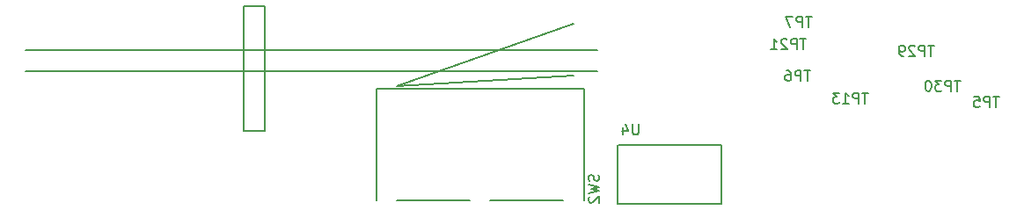
<source format=gbr>
G04 #@! TF.FileFunction,Legend,Bot*
%FSLAX46Y46*%
G04 Gerber Fmt 4.6, Leading zero omitted, Abs format (unit mm)*
G04 Created by KiCad (PCBNEW 4.0.7-e2-6376~58~ubuntu16.04.1) date Tue May 15 22:20:39 2018*
%MOMM*%
%LPD*%
G01*
G04 APERTURE LIST*
%ADD10C,0.100000*%
%ADD11C,0.200000*%
%ADD12C,0.150000*%
G04 APERTURE END LIST*
D10*
D11*
X109000000Y-120296902D02*
X111000000Y-120296902D01*
X111000000Y-120296902D02*
X111000000Y-108296902D01*
X111000000Y-108296902D02*
X109000000Y-108296902D01*
X109000000Y-108296902D02*
X109000000Y-120296902D01*
X143000000Y-114588574D02*
X88000000Y-114588574D01*
X143000000Y-112588574D02*
X88000000Y-112588574D01*
D12*
X145050000Y-121650000D02*
X154950000Y-121650000D01*
X155000000Y-127400000D02*
X155000000Y-121650000D01*
X145050000Y-127400000D02*
X154950000Y-127400000D01*
X145000000Y-127400000D02*
X145000000Y-121650000D01*
X123750000Y-116000000D02*
X140750000Y-115000000D01*
X123750000Y-116000000D02*
X140750000Y-110000000D01*
X141750000Y-116300000D02*
X121750000Y-116300000D01*
X121750000Y-127000000D02*
X121750000Y-116300000D01*
X130750000Y-127000000D02*
X123750000Y-127000000D01*
X139750000Y-127000000D02*
X132750000Y-127000000D01*
X141750000Y-127000000D02*
X141750000Y-116300000D01*
X181699905Y-117021381D02*
X181128476Y-117021381D01*
X181414191Y-118021381D02*
X181414191Y-117021381D01*
X180795143Y-118021381D02*
X180795143Y-117021381D01*
X180414190Y-117021381D01*
X180318952Y-117069000D01*
X180271333Y-117116619D01*
X180223714Y-117211857D01*
X180223714Y-117354714D01*
X180271333Y-117449952D01*
X180318952Y-117497571D01*
X180414190Y-117545190D01*
X180795143Y-117545190D01*
X179318952Y-117021381D02*
X179795143Y-117021381D01*
X179842762Y-117497571D01*
X179795143Y-117449952D01*
X179699905Y-117402333D01*
X179461809Y-117402333D01*
X179366571Y-117449952D01*
X179318952Y-117497571D01*
X179271333Y-117592810D01*
X179271333Y-117830905D01*
X179318952Y-117926143D01*
X179366571Y-117973762D01*
X179461809Y-118021381D01*
X179699905Y-118021381D01*
X179795143Y-117973762D01*
X179842762Y-117926143D01*
X177985095Y-115497381D02*
X177413666Y-115497381D01*
X177699381Y-116497381D02*
X177699381Y-115497381D01*
X177080333Y-116497381D02*
X177080333Y-115497381D01*
X176699380Y-115497381D01*
X176604142Y-115545000D01*
X176556523Y-115592619D01*
X176508904Y-115687857D01*
X176508904Y-115830714D01*
X176556523Y-115925952D01*
X176604142Y-115973571D01*
X176699380Y-116021190D01*
X177080333Y-116021190D01*
X176175571Y-115497381D02*
X175556523Y-115497381D01*
X175889857Y-115878333D01*
X175746999Y-115878333D01*
X175651761Y-115925952D01*
X175604142Y-115973571D01*
X175556523Y-116068810D01*
X175556523Y-116306905D01*
X175604142Y-116402143D01*
X175651761Y-116449762D01*
X175746999Y-116497381D01*
X176032714Y-116497381D01*
X176127952Y-116449762D01*
X176175571Y-116402143D01*
X174937476Y-115497381D02*
X174842237Y-115497381D01*
X174746999Y-115545000D01*
X174699380Y-115592619D01*
X174651761Y-115687857D01*
X174604142Y-115878333D01*
X174604142Y-116116429D01*
X174651761Y-116306905D01*
X174699380Y-116402143D01*
X174746999Y-116449762D01*
X174842237Y-116497381D01*
X174937476Y-116497381D01*
X175032714Y-116449762D01*
X175080333Y-116402143D01*
X175127952Y-116306905D01*
X175175571Y-116116429D01*
X175175571Y-115878333D01*
X175127952Y-115687857D01*
X175080333Y-115592619D01*
X175032714Y-115545000D01*
X174937476Y-115497381D01*
X175445095Y-112100381D02*
X174873666Y-112100381D01*
X175159381Y-113100381D02*
X175159381Y-112100381D01*
X174540333Y-113100381D02*
X174540333Y-112100381D01*
X174159380Y-112100381D01*
X174064142Y-112148000D01*
X174016523Y-112195619D01*
X173968904Y-112290857D01*
X173968904Y-112433714D01*
X174016523Y-112528952D01*
X174064142Y-112576571D01*
X174159380Y-112624190D01*
X174540333Y-112624190D01*
X173587952Y-112195619D02*
X173540333Y-112148000D01*
X173445095Y-112100381D01*
X173206999Y-112100381D01*
X173111761Y-112148000D01*
X173064142Y-112195619D01*
X173016523Y-112290857D01*
X173016523Y-112386095D01*
X173064142Y-112528952D01*
X173635571Y-113100381D01*
X173016523Y-113100381D01*
X172540333Y-113100381D02*
X172349857Y-113100381D01*
X172254618Y-113052762D01*
X172206999Y-113005143D01*
X172111761Y-112862286D01*
X172064142Y-112671810D01*
X172064142Y-112290857D01*
X172111761Y-112195619D01*
X172159380Y-112148000D01*
X172254618Y-112100381D01*
X172445095Y-112100381D01*
X172540333Y-112148000D01*
X172587952Y-112195619D01*
X172635571Y-112290857D01*
X172635571Y-112528952D01*
X172587952Y-112624190D01*
X172540333Y-112671810D01*
X172445095Y-112719429D01*
X172254618Y-112719429D01*
X172159380Y-112671810D01*
X172111761Y-112624190D01*
X172064142Y-112528952D01*
X163126095Y-111465381D02*
X162554666Y-111465381D01*
X162840381Y-112465381D02*
X162840381Y-111465381D01*
X162221333Y-112465381D02*
X162221333Y-111465381D01*
X161840380Y-111465381D01*
X161745142Y-111513000D01*
X161697523Y-111560619D01*
X161649904Y-111655857D01*
X161649904Y-111798714D01*
X161697523Y-111893952D01*
X161745142Y-111941571D01*
X161840380Y-111989190D01*
X162221333Y-111989190D01*
X161268952Y-111560619D02*
X161221333Y-111513000D01*
X161126095Y-111465381D01*
X160887999Y-111465381D01*
X160792761Y-111513000D01*
X160745142Y-111560619D01*
X160697523Y-111655857D01*
X160697523Y-111751095D01*
X160745142Y-111893952D01*
X161316571Y-112465381D01*
X160697523Y-112465381D01*
X159745142Y-112465381D02*
X160316571Y-112465381D01*
X160030857Y-112465381D02*
X160030857Y-111465381D01*
X160126095Y-111608238D01*
X160221333Y-111703476D01*
X160316571Y-111751095D01*
X169095095Y-116672381D02*
X168523666Y-116672381D01*
X168809381Y-117672381D02*
X168809381Y-116672381D01*
X168190333Y-117672381D02*
X168190333Y-116672381D01*
X167809380Y-116672381D01*
X167714142Y-116720000D01*
X167666523Y-116767619D01*
X167618904Y-116862857D01*
X167618904Y-117005714D01*
X167666523Y-117100952D01*
X167714142Y-117148571D01*
X167809380Y-117196190D01*
X168190333Y-117196190D01*
X166666523Y-117672381D02*
X167237952Y-117672381D01*
X166952238Y-117672381D02*
X166952238Y-116672381D01*
X167047476Y-116815238D01*
X167142714Y-116910476D01*
X167237952Y-116958095D01*
X166333190Y-116672381D02*
X165714142Y-116672381D01*
X166047476Y-117053333D01*
X165904618Y-117053333D01*
X165809380Y-117100952D01*
X165761761Y-117148571D01*
X165714142Y-117243810D01*
X165714142Y-117481905D01*
X165761761Y-117577143D01*
X165809380Y-117624762D01*
X165904618Y-117672381D01*
X166190333Y-117672381D01*
X166285571Y-117624762D01*
X166333190Y-117577143D01*
X163665905Y-109306381D02*
X163094476Y-109306381D01*
X163380191Y-110306381D02*
X163380191Y-109306381D01*
X162761143Y-110306381D02*
X162761143Y-109306381D01*
X162380190Y-109306381D01*
X162284952Y-109354000D01*
X162237333Y-109401619D01*
X162189714Y-109496857D01*
X162189714Y-109639714D01*
X162237333Y-109734952D01*
X162284952Y-109782571D01*
X162380190Y-109830190D01*
X162761143Y-109830190D01*
X161856381Y-109306381D02*
X161189714Y-109306381D01*
X161618286Y-110306381D01*
X163538905Y-114513381D02*
X162967476Y-114513381D01*
X163253191Y-115513381D02*
X163253191Y-114513381D01*
X162634143Y-115513381D02*
X162634143Y-114513381D01*
X162253190Y-114513381D01*
X162157952Y-114561000D01*
X162110333Y-114608619D01*
X162062714Y-114703857D01*
X162062714Y-114846714D01*
X162110333Y-114941952D01*
X162157952Y-114989571D01*
X162253190Y-115037190D01*
X162634143Y-115037190D01*
X161205571Y-114513381D02*
X161396048Y-114513381D01*
X161491286Y-114561000D01*
X161538905Y-114608619D01*
X161634143Y-114751476D01*
X161681762Y-114941952D01*
X161681762Y-115322905D01*
X161634143Y-115418143D01*
X161586524Y-115465762D01*
X161491286Y-115513381D01*
X161300809Y-115513381D01*
X161205571Y-115465762D01*
X161157952Y-115418143D01*
X161110333Y-115322905D01*
X161110333Y-115084810D01*
X161157952Y-114989571D01*
X161205571Y-114941952D01*
X161300809Y-114894333D01*
X161491286Y-114894333D01*
X161586524Y-114941952D01*
X161634143Y-114989571D01*
X161681762Y-115084810D01*
X147011905Y-119702381D02*
X147011905Y-120511905D01*
X146964286Y-120607143D01*
X146916667Y-120654762D01*
X146821429Y-120702381D01*
X146630952Y-120702381D01*
X146535714Y-120654762D01*
X146488095Y-120607143D01*
X146440476Y-120511905D01*
X146440476Y-119702381D01*
X145535714Y-120035714D02*
X145535714Y-120702381D01*
X145773810Y-119654762D02*
X146011905Y-120369048D01*
X145392857Y-120369048D01*
X143156762Y-124585667D02*
X143204381Y-124728524D01*
X143204381Y-124966620D01*
X143156762Y-125061858D01*
X143109143Y-125109477D01*
X143013905Y-125157096D01*
X142918667Y-125157096D01*
X142823429Y-125109477D01*
X142775810Y-125061858D01*
X142728190Y-124966620D01*
X142680571Y-124776143D01*
X142632952Y-124680905D01*
X142585333Y-124633286D01*
X142490095Y-124585667D01*
X142394857Y-124585667D01*
X142299619Y-124633286D01*
X142252000Y-124680905D01*
X142204381Y-124776143D01*
X142204381Y-125014239D01*
X142252000Y-125157096D01*
X142204381Y-125490429D02*
X143204381Y-125728524D01*
X142490095Y-125919001D01*
X143204381Y-126109477D01*
X142204381Y-126347572D01*
X142299619Y-126680905D02*
X142252000Y-126728524D01*
X142204381Y-126823762D01*
X142204381Y-127061858D01*
X142252000Y-127157096D01*
X142299619Y-127204715D01*
X142394857Y-127252334D01*
X142490095Y-127252334D01*
X142632952Y-127204715D01*
X143204381Y-126633286D01*
X143204381Y-127252334D01*
M02*

</source>
